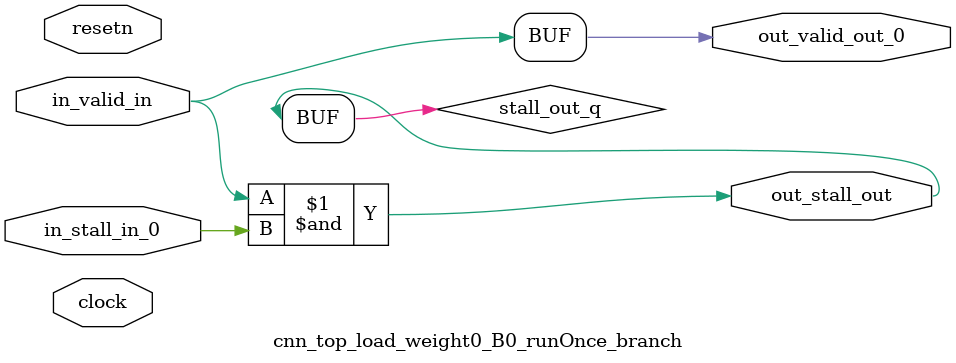
<source format=sv>



(* altera_attribute = "-name AUTO_SHIFT_REGISTER_RECOGNITION OFF; -name MESSAGE_DISABLE 10036; -name MESSAGE_DISABLE 10037; -name MESSAGE_DISABLE 14130; -name MESSAGE_DISABLE 14320; -name MESSAGE_DISABLE 15400; -name MESSAGE_DISABLE 14130; -name MESSAGE_DISABLE 10036; -name MESSAGE_DISABLE 12020; -name MESSAGE_DISABLE 12030; -name MESSAGE_DISABLE 12010; -name MESSAGE_DISABLE 12110; -name MESSAGE_DISABLE 14320; -name MESSAGE_DISABLE 13410; -name MESSAGE_DISABLE 113007; -name MESSAGE_DISABLE 10958" *)
module cnn_top_load_weight0_B0_runOnce_branch (
    input wire [0:0] in_stall_in_0,
    input wire [0:0] in_valid_in,
    output wire [0:0] out_stall_out,
    output wire [0:0] out_valid_out_0,
    input wire clock,
    input wire resetn
    );

    wire [0:0] stall_out_q;


    // stall_out(LOGICAL,6)
    assign stall_out_q = in_valid_in & in_stall_in_0;

    // out_stall_out(GPOUT,4)
    assign out_stall_out = stall_out_q;

    // out_valid_out_0(GPOUT,5)
    assign out_valid_out_0 = in_valid_in;

endmodule

</source>
